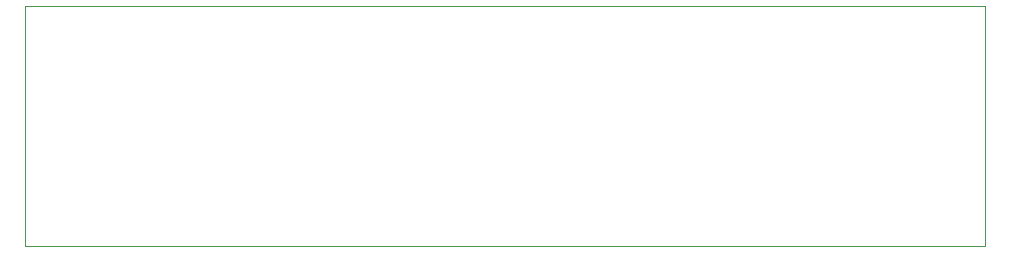
<source format=gm1>
%TF.GenerationSoftware,KiCad,Pcbnew,7.0.7*%
%TF.CreationDate,2024-07-03T20:03:01-05:00*%
%TF.ProjectId,LightsaberDesign,4c696768-7473-4616-9265-724465736967,rev?*%
%TF.SameCoordinates,Original*%
%TF.FileFunction,Profile,NP*%
%FSLAX46Y46*%
G04 Gerber Fmt 4.6, Leading zero omitted, Abs format (unit mm)*
G04 Created by KiCad (PCBNEW 7.0.7) date 2024-07-03 20:03:01*
%MOMM*%
%LPD*%
G01*
G04 APERTURE LIST*
%TA.AperFunction,Profile*%
%ADD10C,0.100000*%
%TD*%
G04 APERTURE END LIST*
D10*
X139766000Y-56631000D02*
X221046000Y-56631000D01*
X221046000Y-76951000D01*
X139766000Y-76951000D01*
X139766000Y-56631000D01*
M02*

</source>
